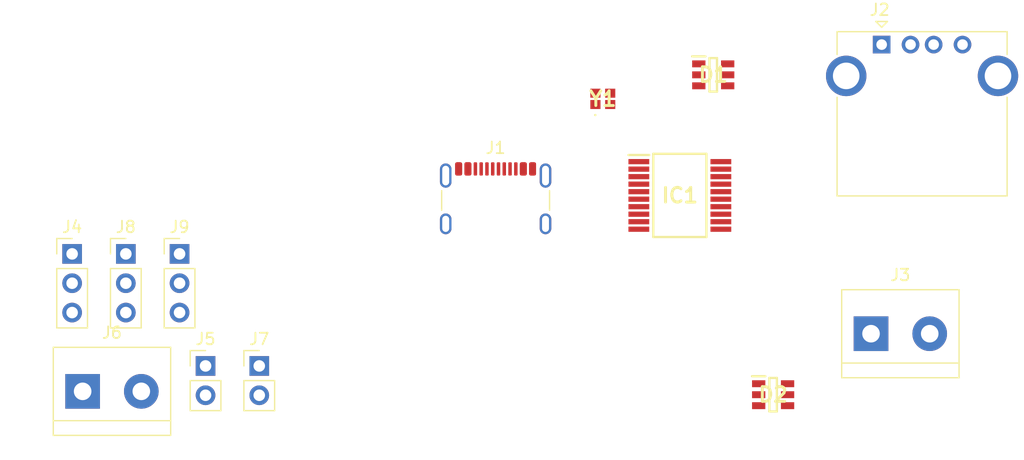
<source format=kicad_pcb>
(kicad_pcb (version 20240108) (generator "pcbnew") (generator_version "8.0")
  (layers (0 "F.Cu" signal) (31 "B.Cu" signal) (34 "B.Paste" user) (35 "F.Paste" user) (36 "B.SilkS" user "B.Silkscreen") (37 "F.SilkS" user "F.Silkscreen") (38 "B.Mask" user) (39 "F.Mask" user) (44 "Edge.Cuts" user))
  (net 0 "")
  (net 19 "Net-(J1-GND-PadA1)")
  (net 23 "Net-(J1-VBUS-PadA4)")
  (net 51 "Net-(IC1-VDD1)")
  (net 52 "Net-(IC1-VBUS1)")
  (net 53 "GND1")
  (net 54 "Net-(J3-Pin_2)")
  (net 58 "VBUSIN")
  (footprint "Connector_USB:USB_A_CONNFLY_DS1095-WNR0" (layer "F.Cu") (at 168.83 92.6825)
    (property "Reference" "J2" (at -0.17 -3.0125 0) (layer "F.SilkS"))
    (property "Value" "USB_A")
    (fp_line (start -3.86 -1.12) (end -3.86 0.86) (stroke (width 0.12)) (layer "F.SilkS"))
    (fp_line (start -3.86 -1.12) (end 10.86 -1.12) (stroke (width 0.12)) (layer "F.SilkS"))
    (fp_line (start -3.86 4.56) (end -3.86 13.1) (stroke (width 0.12)) (layer "F.SilkS"))
    (fp_line (start -3.86 13.1) (end 10.86 13.1) (stroke (width 0.12)) (layer "F.SilkS"))
    (fp_line (start -0.5 -2) (end 0 -1.5) (stroke (width 0.12)) (layer "F.SilkS"))
    (fp_line (start 0 -1.5) (end 0.5 -2) (stroke (width 0.12)) (layer "F.SilkS"))
    (fp_line (start 0.5 -2) (end -0.5 -2) (stroke (width 0.12)) (layer "F.SilkS"))
    (fp_line (start 10.86 0.86) (end 10.86 -1.12) (stroke (width 0.12)) (layer "F.SilkS"))
    (fp_line (start 10.86 4.56) (end 10.86 13.1) (stroke (width 0.12)) (layer "F.SilkS"))
    (pad "1" thru_hole rect (at 0 0) (size 1.524 1.524) (drill 0.92) (layers "*.Cu" "*.Mask"))
    (pad "2" thru_hole circle (at 2.5 0) (size 1.524 1.524) (drill 0.92) (layers "*.Cu" "*.Mask"))
    (pad "3" thru_hole circle (at 4.5 0) (size 1.524 1.524) (drill 0.92) (layers "*.Cu" "*.Mask"))
    (pad "4" thru_hole circle (at 7 0) (size 1.524 1.524) (drill 0.92) (layers "*.Cu" "*.Mask"))
    (pad "5" thru_hole circle (at -3.07 2.71) (size 3.5 3.5) (drill 2.3) (layers "*.Cu" "*.Mask"))
    (pad "5" thru_hole circle (at 10.07 2.71) (size 3.5 3.5) (drill 2.3) (layers "*.Cu" "*.Mask"))
  )
  (footprint "Connector_PinHeader_2.54mm:PinHeader_1x02_P2.54mm_Vertical" (layer "F.Cu") (at 110.3 120.5)
    (property "Reference" "J5" (at 0 -2.33 0) (layer "F.SilkS"))
    (property "Value" "Conn_01x02_Pin")
    (fp_line (start -1.33 -1.33) (end 0 -1.33) (stroke (width 0.12)) (layer "F.SilkS"))
    (fp_line (start -1.33 0) (end -1.33 -1.33) (stroke (width 0.12)) (layer "F.SilkS"))
    (fp_line (start -1.33 1.27) (end -1.33 3.87) (stroke (width 0.12)) (layer "F.SilkS"))
    (fp_line (start -1.33 1.27) (end 1.33 1.27) (stroke (width 0.12)) (layer "F.SilkS"))
    (fp_line (start -1.33 3.87) (end 1.33 3.87) (stroke (width 0.12)) (layer "F.SilkS"))
    (fp_line (start 1.33 1.27) (end 1.33 3.87) (stroke (width 0.12)) (layer "F.SilkS"))
    (pad "1" thru_hole rect (at 0 0) (size 1.7 1.7) (drill 1) (layers "*.Cu" "*.Mask") (net 52 "Net-(IC1-VBUS1)"))
    (pad "2" thru_hole oval (at 0 2.54) (size 1.7 1.7) (drill 1) (layers "*.Cu" "*.Mask") (net 54 "Net-(J3-Pin_2)"))
  )
  (footprint "Connector_PinHeader_2.54mm:PinHeader_1x03_P2.54mm_Vertical" (layer "F.Cu") (at 98.75 110.8)
    (property "Reference" "J4" (at 0 -2.33 0) (layer "F.SilkS"))
    (property "Value" "Conn_01x03_Pin")
    (fp_line (start -1.33 -1.33) (end 0 -1.33) (stroke (width 0.12)) (layer "F.SilkS"))
    (fp_line (start -1.33 0) (end -1.33 -1.33) (stroke (width 0.12)) (layer "F.SilkS"))
    (fp_line (start -1.33 1.27) (end -1.33 6.41) (stroke (width 0.12)) (layer "F.SilkS"))
    (fp_line (start -1.33 1.27) (end 1.33 1.27) (stroke (width 0.12)) (layer "F.SilkS"))
    (fp_line (start -1.33 6.41) (end 1.33 6.41) (stroke (width 0.12)) (layer "F.SilkS"))
    (fp_line (start 1.33 1.27) (end 1.33 6.41) (stroke (width 0.12)) (layer "F.SilkS"))
    (pad "1" thru_hole rect (at 0 0) (size 1.7 1.7) (drill 1) (layers "*.Cu" "*.Mask") (net 51 "Net-(IC1-VDD1)"))
    (pad "2" thru_hole oval (at 0 2.54) (size 1.7 1.7) (drill 1) (layers "*.Cu" "*.Mask") (net 52 "Net-(IC1-VBUS1)"))
    (pad "3" thru_hole oval (at 0 5.08) (size 1.7 1.7) (drill 1) (layers "*.Cu" "*.Mask"))
  )
  (footprint "Connector_PinHeader_2.54mm:PinHeader_1x02_P2.54mm_Vertical" (layer "F.Cu") (at 114.95 120.5)
    (property "Reference" "J7" (at 0 -2.33 0) (layer "F.SilkS"))
    (property "Value" "Conn_01x02_Pin")
    (fp_line (start -1.33 -1.33) (end 0 -1.33) (stroke (width 0.12)) (layer "F.SilkS"))
    (fp_line (start -1.33 0) (end -1.33 -1.33) (stroke (width 0.12)) (layer "F.SilkS"))
    (fp_line (start -1.33 1.27) (end -1.33 3.87) (stroke (width 0.12)) (layer "F.SilkS"))
    (fp_line (start -1.33 1.27) (end 1.33 1.27) (stroke (width 0.12)) (layer "F.SilkS"))
    (fp_line (start -1.33 3.87) (end 1.33 3.87) (stroke (width 0.12)) (layer "F.SilkS"))
    (fp_line (start 1.33 1.27) (end 1.33 3.87) (stroke (width 0.12)) (layer "F.SilkS"))
    (pad "1" thru_hole rect (at 0 0) (size 1.7 1.7) (drill 1) (layers "*.Cu" "*.Mask") (net 52 "Net-(IC1-VBUS1)"))
    (pad "2" thru_hole oval (at 0 2.54) (size 1.7 1.7) (drill 1) (layers "*.Cu" "*.Mask") (net 58 "VBUSIN"))
  )
  (footprint "SamacSys_Parts:SOT95P280X145-6N" (layer "F.Cu") (at 154.25 95.3)
    (property "Reference" "D1" (at 0 0 0) (layer "F.SilkS") (effects (font (size 1.27 1.27) (thickness 0.254))))
    (property "Value" "82402304" (hide yes))
    (fp_line (start -1.825 -1.6) (end -0.675 -1.6) (stroke (width 0.2)) (layer "F.SilkS"))
    (fp_line (start -0.325 -1.45) (end 0.325 -1.45) (stroke (width 0.2)) (layer "F.SilkS"))
    (fp_line (start -0.325 1.45) (end -0.325 -1.45) (stroke (width 0.2)) (layer "F.SilkS"))
    (fp_line (start 0.325 -1.45) (end 0.325 1.45) (stroke (width 0.2)) (layer "F.SilkS"))
    (fp_line (start 0.325 1.45) (end -0.325 1.45) (stroke (width 0.2)) (layer "F.SilkS"))
    (pad "1" smd rect (at -1.25 -0.95 90) (size 0.6 1.15) (layers "F.Cu" "F.Paste" "F.Mask"))
    (pad "2" smd rect (at -1.25 0 90) (size 0.6 1.15) (layers "F.Cu" "F.Paste" "F.Mask"))
    (pad "3" smd rect (at -1.25 0.95 90) (size 0.6 1.15) (layers "F.Cu" "F.Paste" "F.Mask"))
    (pad "4" smd rect (at 1.25 0.95 90) (size 0.6 1.15) (layers "F.Cu" "F.Paste" "F.Mask"))
    (pad "5" smd rect (at 1.25 0 90) (size 0.6 1.15) (layers "F.Cu" "F.Paste" "F.Mask"))
    (pad "6" smd rect (at 1.25 -0.95 90) (size 0.6 1.15) (layers "F.Cu" "F.Paste" "F.Mask"))
  )
  (footprint "SamacSys_Parts:SOT95P280X145-6N" (layer "F.Cu") (at 159.435 122.99)
    (property "Reference" "D2" (at 0 0 0) (layer "F.SilkS") (effects (font (size 1.27 1.27) (thickness 0.254))))
    (property "Value" "82402304" (hide yes))
    (fp_line (start -1.825 -1.6) (end -0.675 -1.6) (stroke (width 0.2)) (layer "F.SilkS"))
    (fp_line (start -0.325 -1.45) (end 0.325 -1.45) (stroke (width 0.2)) (layer "F.SilkS"))
    (fp_line (start -0.325 1.45) (end -0.325 -1.45) (stroke (width 0.2)) (layer "F.SilkS"))
    (fp_line (start 0.325 -1.45) (end 0.325 1.45) (stroke (width 0.2)) (layer "F.SilkS"))
    (fp_line (start 0.325 1.45) (end -0.325 1.45) (stroke (width 0.2)) (layer "F.SilkS"))
    (pad "1" smd rect (at -1.25 -0.95 90) (size 0.6 1.15) (layers "F.Cu" "F.Paste" "F.Mask"))
    (pad "2" smd rect (at -1.25 0 90) (size 0.6 1.15) (layers "F.Cu" "F.Paste" "F.Mask"))
    (pad "3" smd rect (at -1.25 0.95 90) (size 0.6 1.15) (layers "F.Cu" "F.Paste" "F.Mask"))
    (pad "4" smd rect (at 1.25 0.95 90) (size 0.6 1.15) (layers "F.Cu" "F.Paste" "F.Mask"))
    (pad "5" smd rect (at 1.25 0 90) (size 0.6 1.15) (layers "F.Cu" "F.Paste" "F.Mask"))
    (pad "6" smd rect (at 1.25 -0.95 90) (size 0.6 1.15) (layers "F.Cu" "F.Paste" "F.Mask"))
  )
  (footprint "TerminalBlock:TerminalBlock_bornier-2_P5.08mm" (layer "F.Cu") (at 167.91 117.71)
    (property "Reference" "J3" (at 2.54 -5.08 0) (layer "F.SilkS"))
    (property "Value" "Screw_Terminal_01x02")
    (fp_line (start -2.54 -3.81) (end -2.54 3.81) (stroke (width 0.12)) (layer "F.SilkS"))
    (fp_line (start -2.54 3.81) (end 7.62 3.81) (stroke (width 0.12)) (layer "F.SilkS"))
    (fp_line (start 7.62 -3.81) (end -2.54 -3.81) (stroke (width 0.12)) (layer "F.SilkS"))
    (fp_line (start 7.62 2.54) (end -2.54 2.54) (stroke (width 0.12)) (layer "F.SilkS"))
    (fp_line (start 7.62 3.81) (end 7.62 -3.81) (stroke (width 0.12)) (layer "F.SilkS"))
    (pad "1" thru_hole rect (at 0 0) (size 3 3) (drill 1.52) (layers "*.Cu" "*.Mask") (net 53 "GND1"))
    (pad "2" thru_hole circle (at 5.08 0) (size 3 3) (drill 1.52) (layers "*.Cu" "*.Mask") (net 54 "Net-(J3-Pin_2)"))
  )
  (footprint "Connector_PinHeader_2.54mm:PinHeader_1x03_P2.54mm_Vertical" (layer "F.Cu") (at 103.4 110.8)
    (property "Reference" "J8" (at 0 -2.33 0) (layer "F.SilkS"))
    (property "Value" "Conn_01x03_Pin")
    (fp_line (start -1.33 -1.33) (end 0 -1.33) (stroke (width 0.12)) (layer "F.SilkS"))
    (fp_line (start -1.33 0) (end -1.33 -1.33) (stroke (width 0.12)) (layer "F.SilkS"))
    (fp_line (start -1.33 1.27) (end -1.33 6.41) (stroke (width 0.12)) (layer "F.SilkS"))
    (fp_line (start -1.33 1.27) (end 1.33 1.27) (stroke (width 0.12)) (layer "F.SilkS"))
    (fp_line (start -1.33 6.41) (end 1.33 6.41) (stroke (width 0.12)) (layer "F.SilkS"))
    (fp_line (start 1.33 1.27) (end 1.33 6.41) (stroke (width 0.12)) (layer "F.SilkS"))
    (pad "1" thru_hole rect (at 0 0) (size 1.7 1.7) (drill 1) (layers "*.Cu" "*.Mask") (net 52 "Net-(IC1-VBUS1)"))
    (pad "2" thru_hole oval (at 0 2.54) (size 1.7 1.7) (drill 1) (layers "*.Cu" "*.Mask") (net 53 "GND1"))
    (pad "3" thru_hole oval (at 0 5.08) (size 1.7 1.7) (drill 1) (layers "*.Cu" "*.Mask") (net 53 "GND1"))
  )
  (footprint "TerminalBlock:TerminalBlock_bornier-2_P5.08mm" (layer "F.Cu") (at 99.66 122.7)
    (property "Reference" "J6" (at 2.54 -5.08 0) (layer "F.SilkS"))
    (property "Value" "Screw_Terminal_01x02")
    (fp_line (start -2.54 -3.81) (end -2.54 3.81) (stroke (width 0.12)) (layer "F.SilkS"))
    (fp_line (start -2.54 3.81) (end 7.62 3.81) (stroke (width 0.12)) (layer "F.SilkS"))
    (fp_line (start 7.62 -3.81) (end -2.54 -3.81) (stroke (width 0.12)) (layer "F.SilkS"))
    (fp_line (start 7.62 2.54) (end -2.54 2.54) (stroke (width 0.12)) (layer "F.SilkS"))
    (fp_line (start 7.62 3.81) (end 7.62 -3.81) (stroke (width 0.12)) (layer "F.SilkS"))
    (pad "1" thru_hole rect (at 0 0) (size 3 3) (drill 1.52) (layers "*.Cu" "*.Mask"))
    (pad "2" thru_hole circle (at 5.08 0) (size 3 3) (drill 1.52) (layers "*.Cu" "*.Mask"))
  )
  (footprint "SamacSys_Parts:SOP65P780X200-20N" (layer "F.Cu") (at 151.36 105.74)
    (property "Reference" "IC1" (at 0 0 0) (layer "F.SilkS") (effects (font (size 1.27 1.27) (thickness 0.254))))
    (property "Value" "ADUM3165BRSZ-RL" (hide yes))
    (fp_line (start -4.45 -3.5) (end -2.65 -3.5) (stroke (width 0.2)) (layer "F.SilkS"))
    (fp_line (start -2.3 -3.6) (end 2.3 -3.6) (stroke (width 0.2)) (layer "F.SilkS"))
    (fp_line (start -2.3 3.6) (end -2.3 -3.6) (stroke (width 0.2)) (layer "F.SilkS"))
    (fp_line (start 2.3 -3.6) (end 2.3 3.6) (stroke (width 0.2)) (layer "F.SilkS"))
    (fp_line (start 2.3 3.6) (end -2.3 3.6) (stroke (width 0.2)) (layer "F.SilkS"))
    (pad "1" smd rect (at -3.55 -2.925 90) (size 0.45 1.8) (layers "F.Cu" "F.Paste" "F.Mask") (net 52 "Net-(IC1-VBUS1)"))
    (pad "2" smd rect (at -3.55 -2.275 90) (size 0.45 1.8) (layers "F.Cu" "F.Paste" "F.Mask"))
    (pad "3" smd rect (at -3.55 -1.625 90) (size 0.45 1.8) (layers "F.Cu" "F.Paste" "F.Mask") (net 51 "Net-(IC1-VDD1)"))
    (pad "4" smd rect (at -3.55 -0.975 90) (size 0.45 1.8) (layers "F.Cu" "F.Paste" "F.Mask"))
    (pad "5" smd rect (at -3.55 -0.325 90) (size 0.45 1.8) (layers "F.Cu" "F.Paste" "F.Mask"))
    (pad "6" smd rect (at -3.55 0.325 90) (size 0.45 1.8) (layers "F.Cu" "F.Paste" "F.Mask"))
    (pad "7" smd rect (at -3.55 0.975 90) (size 0.45 1.8) (layers "F.Cu" "F.Paste" "F.Mask"))
    (pad "8" smd rect (at -3.55 1.625 90) (size 0.45 1.8) (layers "F.Cu" "F.Paste" "F.Mask"))
    (pad "9" smd rect (at -3.55 2.275 90) (size 0.45 1.8) (layers "F.Cu" "F.Paste" "F.Mask"))
    (pad "10" smd rect (at -3.55 2.925 90) (size 0.45 1.8) (layers "F.Cu" "F.Paste" "F.Mask"))
    (pad "11" smd rect (at 3.55 2.925 90) (size 0.45 1.8) (layers "F.Cu" "F.Paste" "F.Mask"))
    (pad "12" smd rect (at 3.55 2.275 90) (size 0.45 1.8) (layers "F.Cu" "F.Paste" "F.Mask"))
    (pad "13" smd rect (at 3.55 1.625 90) (size 0.45 1.8) (layers "F.Cu" "F.Paste" "F.Mask"))
    (pad "14" smd rect (at 3.55 0.975 90) (size 0.45 1.8) (layers "F.Cu" "F.Paste" "F.Mask"))
    (pad "15" smd rect (at 3.55 0.325 90) (size 0.45 1.8) (layers "F.Cu" "F.Paste" "F.Mask"))
    (pad "16" smd rect (at 3.55 -0.325 90) (size 0.45 1.8) (layers "F.Cu" "F.Paste" "F.Mask"))
    (pad "17" smd rect (at 3.55 -0.975 90) (size 0.45 1.8) (layers "F.Cu" "F.Paste" "F.Mask"))
    (pad "18" smd rect (at 3.55 -1.625 90) (size 0.45 1.8) (layers "F.Cu" "F.Paste" "F.Mask"))
    (pad "19" smd rect (at 3.55 -2.275 90) (size 0.45 1.8) (layers "F.Cu" "F.Paste" "F.Mask"))
    (pad "20" smd rect (at 3.55 -2.925 90) (size 0.45 1.8) (layers "F.Cu" "F.Paste" "F.Mask"))
  )
  (footprint "SamacSys_Parts:LFXTAL071257Reel" (layer "F.Cu") (at 144.69 97.38)
    (property "Reference" "Y1" (at 0 0 0) (layer "F.SilkS") (effects (font (size 1.27 1.27) (thickness 0.254))))
    (property "Value" "LFXTAL071257Reel" (hide yes))
    (fp_line (start -0.7 1.4) (end -0.7 1.4) (stroke (width 0.1)) (layer "F.SilkS"))
    (fp_line (start -0.6 1.4) (end -0.6 1.4) (stroke (width 0.1)) (layer "F.SilkS"))
    (fp_arc (start -0.7 1.4) (mid -0.65 1.35) (end -0.6 1.4) (stroke (width 0.1)) (layer "F.SilkS"))
    (fp_arc (start -0.6 1.4) (mid -0.65 1.45) (end -0.7 1.4) (stroke (width 0.1)) (layer "F.SilkS"))
    (pad "1" smd rect (at -0.64 0.49 90) (size 0.78 0.88) (layers "F.Cu" "F.Paste" "F.Mask"))
    (pad "2" smd rect (at 0.64 0.49 90) (size 0.78 0.88) (layers "F.Cu" "F.Paste" "F.Mask"))
    (pad "3" smd rect (at 0.64 -0.49 90) (size 0.78 0.88) (layers "F.Cu" "F.Paste" "F.Mask"))
    (pad "4" smd rect (at -0.64 -0.49 90) (size 0.78 0.88) (layers "F.Cu" "F.Paste" "F.Mask"))
  )
  (footprint "Connector_USB:USB_C_Receptacle_GCT_USB4105-xx-A_16P_TopMnt_Horizontal" (layer "F.Cu") (at 135.41 107.125)
    (property "Reference" "J1" (at 0 -5.5 0) (layer "F.SilkS"))
    (property "Value" "USB_C_Receptacle_USB2.0_16P")
    (fp_line (start -4.67 -0.1) (end -4.67 -1.8) (stroke (width 0.12)) (layer "F.SilkS"))
    (fp_line (start 4.67 -0.1) (end 4.67 -1.8) (stroke (width 0.12)) (layer "F.SilkS"))
    (pad "" np_thru_hole circle (at -2.89 -2.605) (size 0.65 0.65) (drill 0.65) (layers "F&B.Cu" "*.Mask"))
    (pad "" np_thru_hole circle (at 2.89 -2.605) (size 0.65 0.65) (drill 0.65) (layers "F&B.Cu" "*.Mask"))
    (pad "A1" smd roundrect (at -3.2 -3.68) (size 0.6 1.15) (layers "F.Cu" "F.Paste" "F.Mask") (net 19 "Net-(J1-GND-PadA1)"))
    (pad "A4" smd roundrect (at -2.4 -3.68) (size 0.6 1.15) (layers "F.Cu" "F.Paste" "F.Mask") (net 23 "Net-(J1-VBUS-PadA4)"))
    (pad "A5" smd roundrect (at -1.25 -3.68) (size 0.3 1.15) (layers "F.Cu" "F.Paste" "F.Mask"))
    (pad "A6" smd roundrect (at -0.25 -3.68) (size 0.3 1.15) (layers "F.Cu" "F.Paste" "F.Mask"))
    (pad "A7" smd roundrect (at 0.25 -3.68) (size 0.3 1.15) (layers "F.Cu" "F.Paste" "F.Mask"))
    (pad "A8" smd roundrect (at 1.25 -3.68) (size 0.3 1.15) (layers "F.Cu" "F.Paste" "F.Mask"))
    (pad "A9" smd roundrect (at 2.4 -3.68) (size 0.6 1.15) (layers "F.Cu" "F.Paste" "F.Mask") (net 23 "Net-(J1-VBUS-PadA4)"))
    (pad "A12" smd roundrect (at 3.2 -3.68) (size 0.6 1.15) (layers "F.Cu" "F.Paste" "F.Mask") (net 19 "Net-(J1-GND-PadA1)"))
    (pad "B1" smd roundrect (at 3.2 -3.68) (size 0.6 1.15) (layers "F.Cu" "F.Paste" "F.Mask") (net 19 "Net-(J1-GND-PadA1)"))
    (pad "B4" smd roundrect (at 2.4 -3.68) (size 0.6 1.15) (layers "F.Cu" "F.Paste" "F.Mask") (net 23 "Net-(J1-VBUS-PadA4)"))
    (pad "B5" smd roundrect (at 1.75 -3.68) (size 0.3 1.15) (layers "F.Cu" "F.Paste" "F.Mask"))
    (pad "B6" smd roundrect (at 0.75 -3.68) (size 0.3 1.15) (layers "F.Cu" "F.Paste" "F.Mask"))
    (pad "B7" smd roundrect (at -0.75 -3.68) (size 0.3 1.15) (layers "F.Cu" "F.Paste" "F.Mask"))
    (pad "B8" smd roundrect (at -1.75 -3.68) (size 0.3 1.15) (layers "F.Cu" "F.Paste" "F.Mask"))
    (pad "B9" smd roundrect (at -2.4 -3.68) (size 0.6 1.15) (layers "F.Cu" "F.Paste" "F.Mask") (net 23 "Net-(J1-VBUS-PadA4)"))
    (pad "B12" smd roundrect (at -3.2 -3.68) (size 0.6 1.15) (layers "F.Cu" "F.Paste" "F.Mask") (net 19 "Net-(J1-GND-PadA1)"))
    (pad "S1" thru_hole oval (at -4.32 -3.105) (size 1 2.1) (drill oval 0.6 1.7) (layers "*.Cu" "*.Mask" "F.Paste"))
    (pad "S1" thru_hole oval (at -4.32 1.075) (size 1 1.8) (drill oval 0.6 1.4) (layers "*.Cu" "*.Mask" "F.Paste"))
    (pad "S1" thru_hole oval (at 4.32 -3.105) (size 1 2.1) (drill oval 0.6 1.7) (layers "*.Cu" "*.Mask" "F.Paste"))
    (pad "S1" thru_hole oval (at 4.32 1.075) (size 1 1.8) (drill oval 0.6 1.4) (layers "*.Cu" "*.Mask" "F.Paste"))
  )
  (footprint "Connector_PinHeader_2.54mm:PinHeader_1x03_P2.54mm_Vertical" (layer "F.Cu") (at 108.05 110.8)
    (property "Reference" "J9" (at 0 -2.33 0) (layer "F.SilkS"))
    (property "Value" "Conn_01x03_Pin")
    (fp_line (start -1.33 -1.33) (end 0 -1.33) (stroke (width 0.12)) (layer "F.SilkS"))
    (fp_line (start -1.33 0) (end -1.33 -1.33) (stroke (width 0.12)) (layer "F.SilkS"))
    (fp_line (start -1.33 1.27) (end -1.33 6.41) (stroke (width 0.12)) (layer "F.SilkS"))
    (fp_line (start -1.33 1.27) (end 1.33 1.27) (stroke (width 0.12)) (layer "F.SilkS"))
    (fp_line (start -1.33 6.41) (end 1.33 6.41) (stroke (width 0.12)) (layer "F.SilkS"))
    (fp_line (start 1.33 1.27) (end 1.33 6.41) (stroke (width 0.12)) (layer "F.SilkS"))
    (pad "1" thru_hole rect (at 0 0) (size 1.7 1.7) (drill 1) (layers "*.Cu" "*.Mask") (net 51 "Net-(IC1-VDD1)"))
    (pad "2" thru_hole oval (at 0 2.54) (size 1.7 1.7) (drill 1) (layers "*.Cu" "*.Mask") (net 53 "GND1"))
    (pad "3" thru_hole oval (at 0 5.08) (size 1.7 1.7) (drill 1) (layers "*.Cu" "*.Mask") (net 53 "GND1"))
  )
)
</source>
